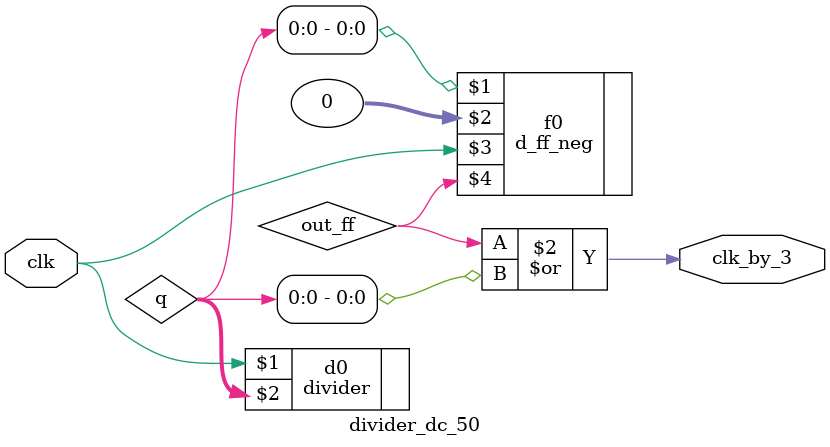
<source format=v>
module divider_dc_50(input clk, output clk_by_3);
	wire [1:0] q; 
	wire out_ff;
	divider d0(clk, q);
	d_ff_neg f0(q[0], 0, clk, out_ff);
	assign clk_by_3 = out_ff | q[0];
endmodule
</source>
